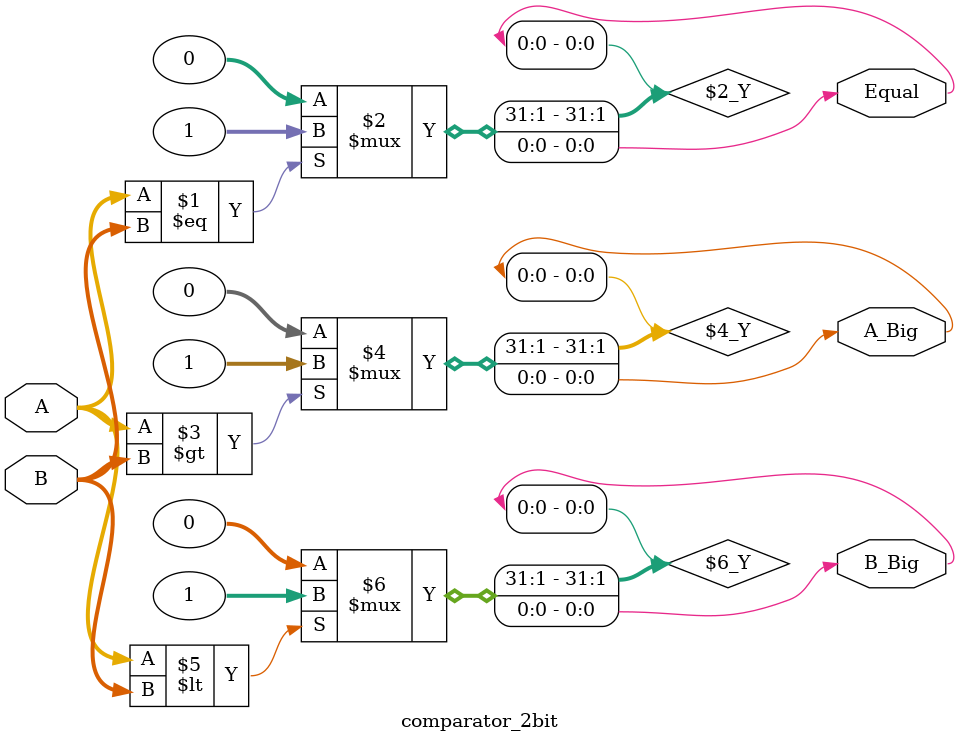
<source format=v>
`timescale 1ns / 1ps

module comparator_2bit(
    input [1:0] A, B,                   //inputÀ¸·Î 2bit A,B ¼±¾ð 
    output A_Big, B_Big, Equal          //outputÀ¸·Î A_Big, B_Big, Equal ¼±¾ð
    );
    
    assign Equal = (A==B) ? 1:0;        //Á¶°Ç ¿¬»êÀÚ¸¦ »ç¿ëÇÏ¿© A¿Í B°¡ °°Àº °æ¿ì Equal = 1, ¾Æ´Ñ °æ¿ì Equal = 0 ¼±¾ð
    assign A_Big = (A>B)  ? 1:0;        //Á¶°Ç ¿¬»êÀÚ¸¦ »ç¿ëÇÏ¿© A°¡ Bº¸´Ù Å« °æ¿ì A_Big = 1, ¾Æ´Ñ °æ¿ì A_Big = 0 ¼±¾ð
    assign B_Big = (A<B)  ? 1:0;        //Á¶°Ç ¿¬»êÀÚ¸¦ »ç¿ëÇÏ¿© B°¡ Aº¸´Ù Å« °æ¿ì B_Big = 1, ¾Æ´Ñ °æ¿ì B_Big = 0 ¼±¾ð
    
endmodule

</source>
